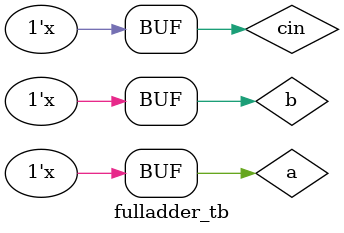
<source format=v>
module fulladder(
input a,b,cin,
output s,cout
);

assign s = a ^ b ^ cin;
assign cout = ((a ^ b) & cin)|(a & b);

endmodule

module fulladder_tb();
reg a,b,cin;
wire s,cout;

fulladder dut(a,b,cin,s,cout);

initial a=1'b0;
initial b=1'b0;
initial cin=1'b0;

always #20 a=a+1'b1;
always #25 b=b+1'b1;
always #30 cin=cin+1'b1;

initial $monitor("a = %0b b = %0b cin = %0b s = %0b cout = %0b",a,b,cin,s,cout);

endmodule

</source>
